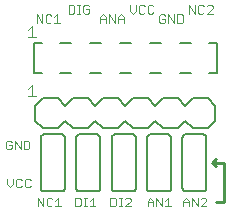
<source format=gto>
G75*
%MOIN*%
%OFA0B0*%
%FSLAX24Y24*%
%IPPOS*%
%LPD*%
%AMOC8*
5,1,8,0,0,1.08239X$1,22.5*
%
%ADD10C,0.0030*%
%ADD11C,0.0100*%
%ADD12C,0.0060*%
%ADD13C,0.0080*%
%ADD14C,0.0070*%
D10*
X004017Y020076D02*
X004017Y020366D01*
X004211Y020076D01*
X004211Y020366D01*
X004312Y020318D02*
X004312Y020124D01*
X004360Y020076D01*
X004457Y020076D01*
X004505Y020124D01*
X004607Y020076D02*
X004800Y020076D01*
X004703Y020076D02*
X004703Y020366D01*
X004607Y020270D01*
X004505Y020318D02*
X004457Y020366D01*
X004360Y020366D01*
X004312Y020318D01*
X003782Y020765D02*
X003734Y020716D01*
X003637Y020716D01*
X003589Y020765D01*
X003589Y020958D01*
X003637Y021006D01*
X003734Y021006D01*
X003782Y020958D01*
X003488Y020958D02*
X003439Y021006D01*
X003343Y021006D01*
X003294Y020958D01*
X003294Y020765D01*
X003343Y020716D01*
X003439Y020716D01*
X003488Y020765D01*
X003193Y020813D02*
X003193Y021006D01*
X003193Y020813D02*
X003096Y020716D01*
X003000Y020813D01*
X003000Y021006D01*
X003009Y021976D02*
X003105Y021976D01*
X003154Y022024D01*
X003154Y022121D01*
X003057Y022121D01*
X002960Y022218D02*
X002960Y022024D01*
X003009Y021976D01*
X002960Y022218D02*
X003009Y022266D01*
X003105Y022266D01*
X003154Y022218D01*
X003255Y022266D02*
X003255Y021976D01*
X003448Y021976D02*
X003255Y022266D01*
X003448Y022266D02*
X003448Y021976D01*
X003550Y021976D02*
X003550Y022266D01*
X003695Y022266D01*
X003743Y022218D01*
X003743Y022024D01*
X003695Y021976D01*
X003550Y021976D01*
X003708Y023748D02*
X003955Y023748D01*
X003832Y023748D02*
X003832Y024118D01*
X003708Y023995D01*
X003708Y025716D02*
X003955Y025716D01*
X003832Y025716D02*
X003832Y026086D01*
X003708Y025963D01*
X003984Y026189D02*
X003984Y026479D01*
X004177Y026189D01*
X004177Y026479D01*
X004279Y026430D02*
X004279Y026237D01*
X004327Y026189D01*
X004424Y026189D01*
X004472Y026237D01*
X004573Y026189D02*
X004767Y026189D01*
X004670Y026189D02*
X004670Y026479D01*
X004573Y026382D01*
X004472Y026430D02*
X004424Y026479D01*
X004327Y026479D01*
X004279Y026430D01*
X005047Y026504D02*
X005192Y026504D01*
X005240Y026552D01*
X005240Y026745D01*
X005192Y026794D01*
X005047Y026794D01*
X005047Y026504D01*
X005342Y026504D02*
X005438Y026504D01*
X005390Y026504D02*
X005390Y026794D01*
X005342Y026794D02*
X005438Y026794D01*
X005538Y026745D02*
X005538Y026552D01*
X005586Y026504D01*
X005683Y026504D01*
X005731Y026552D01*
X005731Y026649D01*
X005635Y026649D01*
X005731Y026745D02*
X005683Y026794D01*
X005586Y026794D01*
X005538Y026745D01*
X006110Y026382D02*
X006110Y026189D01*
X006110Y026334D02*
X006303Y026334D01*
X006303Y026382D02*
X006303Y026189D01*
X006405Y026189D02*
X006405Y026479D01*
X006598Y026189D01*
X006598Y026479D01*
X006699Y026382D02*
X006699Y026189D01*
X006699Y026334D02*
X006893Y026334D01*
X006893Y026382D02*
X006893Y026189D01*
X006893Y026382D02*
X006796Y026479D01*
X006699Y026382D01*
X006303Y026382D02*
X006207Y026479D01*
X006110Y026382D01*
X007094Y026600D02*
X007191Y026504D01*
X007288Y026600D01*
X007288Y026794D01*
X007389Y026745D02*
X007389Y026552D01*
X007437Y026504D01*
X007534Y026504D01*
X007582Y026552D01*
X007683Y026552D02*
X007732Y026504D01*
X007829Y026504D01*
X007877Y026552D01*
X007877Y026745D02*
X007829Y026794D01*
X007732Y026794D01*
X007683Y026745D01*
X007683Y026552D01*
X007582Y026745D02*
X007534Y026794D01*
X007437Y026794D01*
X007389Y026745D01*
X007094Y026794D02*
X007094Y026600D01*
X008078Y026430D02*
X008078Y026237D01*
X008127Y026189D01*
X008224Y026189D01*
X008272Y026237D01*
X008272Y026334D01*
X008175Y026334D01*
X008078Y026430D02*
X008127Y026479D01*
X008224Y026479D01*
X008272Y026430D01*
X008373Y026479D02*
X008373Y026189D01*
X008567Y026189D02*
X008373Y026479D01*
X008567Y026479D02*
X008567Y026189D01*
X008668Y026189D02*
X008668Y026479D01*
X008813Y026479D01*
X008861Y026430D01*
X008861Y026237D01*
X008813Y026189D01*
X008668Y026189D01*
X009063Y026504D02*
X009063Y026794D01*
X009256Y026504D01*
X009256Y026794D01*
X009357Y026745D02*
X009357Y026552D01*
X009406Y026504D01*
X009502Y026504D01*
X009551Y026552D01*
X009652Y026504D02*
X009845Y026697D01*
X009845Y026745D01*
X009797Y026794D01*
X009700Y026794D01*
X009652Y026745D01*
X009551Y026745D02*
X009502Y026794D01*
X009406Y026794D01*
X009357Y026745D01*
X009652Y026504D02*
X009845Y026504D01*
X009594Y020366D02*
X009497Y020366D01*
X009449Y020318D01*
X009348Y020366D02*
X009348Y020076D01*
X009154Y020366D01*
X009154Y020076D01*
X009053Y020076D02*
X009053Y020270D01*
X008957Y020366D01*
X008860Y020270D01*
X008860Y020076D01*
X008860Y020221D02*
X009053Y020221D01*
X009449Y020076D02*
X009643Y020270D01*
X009643Y020318D01*
X009594Y020366D01*
X009643Y020076D02*
X009449Y020076D01*
X008461Y020076D02*
X008268Y020076D01*
X008365Y020076D02*
X008365Y020366D01*
X008268Y020270D01*
X008167Y020366D02*
X008167Y020076D01*
X007973Y020366D01*
X007973Y020076D01*
X007872Y020076D02*
X007872Y020270D01*
X007775Y020366D01*
X007679Y020270D01*
X007679Y020076D01*
X007679Y020221D02*
X007872Y020221D01*
X007123Y020270D02*
X007123Y020318D01*
X007075Y020366D01*
X006978Y020366D01*
X006929Y020318D01*
X006830Y020366D02*
X006733Y020366D01*
X006781Y020366D02*
X006781Y020076D01*
X006733Y020076D02*
X006830Y020076D01*
X006929Y020076D02*
X007123Y020270D01*
X007123Y020076D02*
X006929Y020076D01*
X006632Y020124D02*
X006632Y020318D01*
X006583Y020366D01*
X006438Y020366D01*
X006438Y020076D01*
X006583Y020076D01*
X006632Y020124D01*
X005942Y020076D02*
X005748Y020076D01*
X005845Y020076D02*
X005845Y020366D01*
X005748Y020270D01*
X005649Y020366D02*
X005552Y020366D01*
X005600Y020366D02*
X005600Y020076D01*
X005552Y020076D02*
X005649Y020076D01*
X005451Y020124D02*
X005451Y020318D01*
X005402Y020366D01*
X005257Y020366D01*
X005257Y020076D01*
X005402Y020076D01*
X005451Y020124D01*
D11*
X009835Y021528D02*
X009953Y021410D01*
X009835Y021528D02*
X009953Y021646D01*
X009835Y021528D02*
X010229Y021528D01*
X010229Y020229D01*
X009953Y020229D01*
D12*
X009644Y020678D02*
X009644Y022378D01*
X009642Y022395D01*
X009638Y022412D01*
X009631Y022428D01*
X009621Y022442D01*
X009608Y022455D01*
X009594Y022465D01*
X009578Y022472D01*
X009561Y022476D01*
X009544Y022478D01*
X008944Y022478D01*
X008927Y022476D01*
X008910Y022472D01*
X008894Y022465D01*
X008880Y022455D01*
X008867Y022442D01*
X008857Y022428D01*
X008850Y022412D01*
X008846Y022395D01*
X008844Y022378D01*
X008844Y020678D01*
X008846Y020661D01*
X008850Y020644D01*
X008857Y020628D01*
X008867Y020614D01*
X008880Y020601D01*
X008894Y020591D01*
X008910Y020584D01*
X008927Y020580D01*
X008944Y020578D01*
X009544Y020578D01*
X009561Y020580D01*
X009578Y020584D01*
X009594Y020591D01*
X009608Y020601D01*
X009621Y020614D01*
X009631Y020628D01*
X009638Y020644D01*
X009642Y020661D01*
X009644Y020678D01*
X008463Y020678D02*
X008463Y022378D01*
X008461Y022395D01*
X008457Y022412D01*
X008450Y022428D01*
X008440Y022442D01*
X008427Y022455D01*
X008413Y022465D01*
X008397Y022472D01*
X008380Y022476D01*
X008363Y022478D01*
X007763Y022478D01*
X007746Y022476D01*
X007729Y022472D01*
X007713Y022465D01*
X007699Y022455D01*
X007686Y022442D01*
X007676Y022428D01*
X007669Y022412D01*
X007665Y022395D01*
X007663Y022378D01*
X007663Y020678D01*
X007665Y020661D01*
X007669Y020644D01*
X007676Y020628D01*
X007686Y020614D01*
X007699Y020601D01*
X007713Y020591D01*
X007729Y020584D01*
X007746Y020580D01*
X007763Y020578D01*
X008363Y020578D01*
X008380Y020580D01*
X008397Y020584D01*
X008413Y020591D01*
X008427Y020601D01*
X008440Y020614D01*
X008450Y020628D01*
X008457Y020644D01*
X008461Y020661D01*
X008463Y020678D01*
X007282Y020678D02*
X007282Y022378D01*
X007280Y022395D01*
X007276Y022412D01*
X007269Y022428D01*
X007259Y022442D01*
X007246Y022455D01*
X007232Y022465D01*
X007216Y022472D01*
X007199Y022476D01*
X007182Y022478D01*
X006582Y022478D01*
X006565Y022476D01*
X006548Y022472D01*
X006532Y022465D01*
X006518Y022455D01*
X006505Y022442D01*
X006495Y022428D01*
X006488Y022412D01*
X006484Y022395D01*
X006482Y022378D01*
X006482Y020678D01*
X006484Y020661D01*
X006488Y020644D01*
X006495Y020628D01*
X006505Y020614D01*
X006518Y020601D01*
X006532Y020591D01*
X006548Y020584D01*
X006565Y020580D01*
X006582Y020578D01*
X007182Y020578D01*
X007199Y020580D01*
X007216Y020584D01*
X007232Y020591D01*
X007246Y020601D01*
X007259Y020614D01*
X007269Y020628D01*
X007276Y020644D01*
X007280Y020661D01*
X007282Y020678D01*
X006101Y020678D02*
X006101Y022378D01*
X006099Y022395D01*
X006095Y022412D01*
X006088Y022428D01*
X006078Y022442D01*
X006065Y022455D01*
X006051Y022465D01*
X006035Y022472D01*
X006018Y022476D01*
X006001Y022478D01*
X005401Y022478D01*
X005384Y022476D01*
X005367Y022472D01*
X005351Y022465D01*
X005337Y022455D01*
X005324Y022442D01*
X005314Y022428D01*
X005307Y022412D01*
X005303Y022395D01*
X005301Y022378D01*
X005301Y020678D01*
X005303Y020661D01*
X005307Y020644D01*
X005314Y020628D01*
X005324Y020614D01*
X005337Y020601D01*
X005351Y020591D01*
X005367Y020584D01*
X005384Y020580D01*
X005401Y020578D01*
X006001Y020578D01*
X006018Y020580D01*
X006035Y020584D01*
X006051Y020591D01*
X006065Y020601D01*
X006078Y020614D01*
X006088Y020628D01*
X006095Y020644D01*
X006099Y020661D01*
X006101Y020678D01*
X004920Y020678D02*
X004920Y022378D01*
X004918Y022395D01*
X004914Y022412D01*
X004907Y022428D01*
X004897Y022442D01*
X004884Y022455D01*
X004870Y022465D01*
X004854Y022472D01*
X004837Y022476D01*
X004820Y022478D01*
X004220Y022478D01*
X004203Y022476D01*
X004186Y022472D01*
X004170Y022465D01*
X004156Y022455D01*
X004143Y022442D01*
X004133Y022428D01*
X004126Y022412D01*
X004122Y022395D01*
X004120Y022378D01*
X004120Y020678D01*
X004122Y020661D01*
X004126Y020644D01*
X004133Y020628D01*
X004143Y020614D01*
X004156Y020601D01*
X004170Y020591D01*
X004186Y020584D01*
X004203Y020580D01*
X004220Y020578D01*
X004820Y020578D01*
X004837Y020580D01*
X004854Y020584D01*
X004870Y020591D01*
X004884Y020601D01*
X004897Y020614D01*
X004907Y020628D01*
X004914Y020644D01*
X004918Y020661D01*
X004920Y020678D01*
D13*
X004691Y022681D02*
X004191Y022681D01*
X003941Y022931D01*
X003941Y023431D01*
X004191Y023681D01*
X004691Y023681D01*
X004941Y023431D01*
X005191Y023681D01*
X005691Y023681D01*
X005941Y023431D01*
X006191Y023681D01*
X006691Y023681D01*
X006941Y023431D01*
X007191Y023681D01*
X007691Y023681D01*
X007941Y023431D01*
X008191Y023681D01*
X008691Y023681D01*
X008941Y023431D01*
X009191Y023681D01*
X009691Y023681D01*
X009941Y023431D01*
X009941Y022931D01*
X009691Y022681D01*
X009191Y022681D01*
X008941Y022931D01*
X008691Y022681D01*
X008191Y022681D01*
X007941Y022931D01*
X007691Y022681D01*
X007191Y022681D01*
X006941Y022931D01*
X006691Y022681D01*
X006191Y022681D01*
X005941Y022931D01*
X005691Y022681D01*
X005191Y022681D01*
X004941Y022931D01*
X004691Y022681D01*
D14*
X004752Y024524D02*
X005131Y024524D01*
X005131Y025524D02*
X004752Y025524D01*
X004154Y025524D02*
X003902Y025524D01*
X003902Y024540D01*
X004154Y024540D01*
X005752Y024524D02*
X006131Y024524D01*
X006131Y025524D02*
X005752Y025524D01*
X006752Y025524D02*
X007131Y025524D01*
X007131Y024524D02*
X006752Y024524D01*
X007752Y024524D02*
X008131Y024524D01*
X008131Y025524D02*
X007752Y025524D01*
X008752Y025524D02*
X009131Y025524D01*
X009131Y024524D02*
X008752Y024524D01*
X009717Y024540D02*
X009981Y024540D01*
X009981Y025524D01*
X009717Y025524D01*
M02*

</source>
